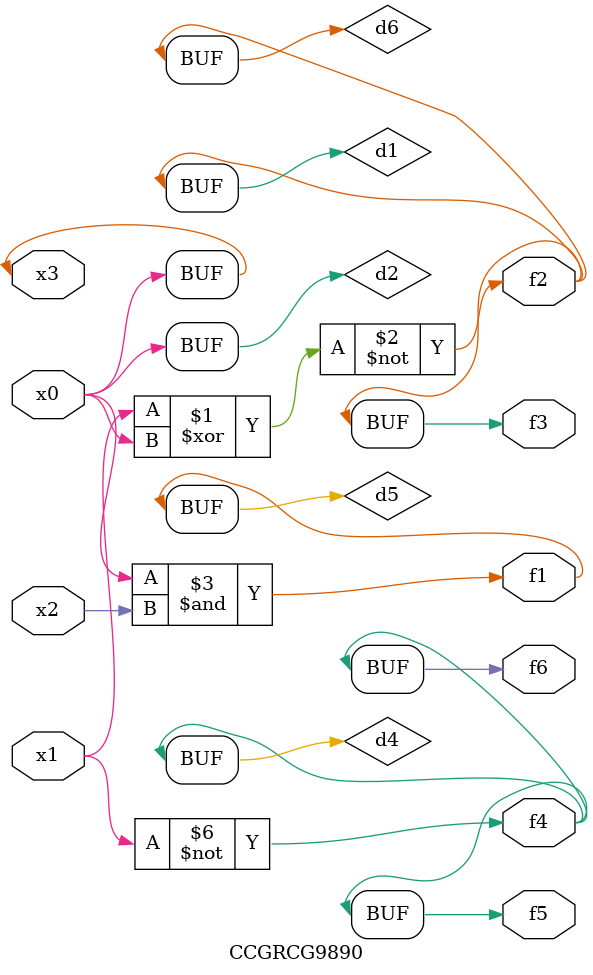
<source format=v>
module CCGRCG9890(
	input x0, x1, x2, x3,
	output f1, f2, f3, f4, f5, f6
);

	wire d1, d2, d3, d4, d5, d6;

	xnor (d1, x1, x3);
	buf (d2, x0, x3);
	nand (d3, x0, x2);
	not (d4, x1);
	nand (d5, d3);
	or (d6, d1);
	assign f1 = d5;
	assign f2 = d6;
	assign f3 = d6;
	assign f4 = d4;
	assign f5 = d4;
	assign f6 = d4;
endmodule

</source>
